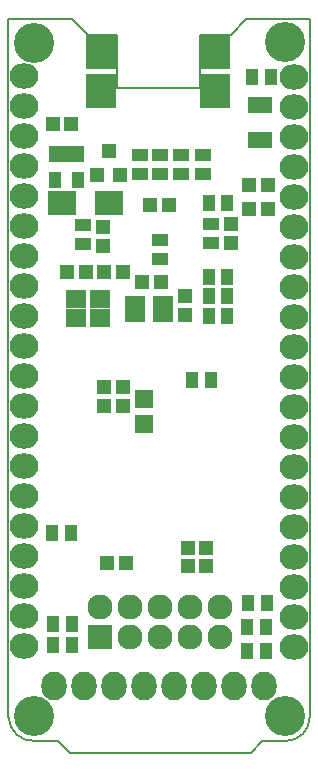
<source format=gbr>
G04 #@! TF.FileFunction,Soldermask,Bot*
%FSLAX46Y46*%
G04 Gerber Fmt 4.6, Leading zero omitted, Abs format (unit mm)*
G04 Created by KiCad (PCBNEW 4.0.1-stable) date 10-Oct-16 12:47:22 PM*
%MOMM*%
G01*
G04 APERTURE LIST*
%ADD10C,0.100000*%
%ADD11C,0.150000*%
%ADD12C,3.400000*%
%ADD13O,2.127200X2.432000*%
%ADD14O,2.432000X2.127200*%
%ADD15R,2.127200X2.127200*%
%ADD16O,2.127200X2.127200*%
%ADD17R,2.600000X2.900000*%
%ADD18R,2.400000X2.100000*%
%ADD19R,1.050000X1.460000*%
%ADD20R,1.800000X2.300000*%
%ADD21R,1.598880X1.598880*%
%ADD22R,1.800000X1.600000*%
%ADD23R,2.000000X1.400000*%
%ADD24R,1.200100X1.200100*%
%ADD25R,1.300000X1.200000*%
%ADD26R,1.000000X1.400000*%
%ADD27R,1.200000X1.300000*%
%ADD28R,1.400000X1.000000*%
G04 APERTURE END LIST*
D10*
D11*
X52800000Y-28900000D02*
X52800000Y-33400000D01*
X50300000Y-28900000D02*
X52800000Y-28900000D01*
X50200000Y-28800000D02*
X50300000Y-28900000D01*
X59800000Y-28900000D02*
X62400000Y-28900000D01*
X59800000Y-33400000D02*
X59800000Y-28900000D01*
X52800000Y-33400000D02*
X59800000Y-33400000D01*
X47800000Y-88700000D02*
X48800000Y-89700000D01*
X65100000Y-88700000D02*
X64100000Y-89700000D01*
X48800000Y-89700000D02*
X64100000Y-89700000D01*
X43600000Y-27600000D02*
X43600000Y-86700000D01*
X69100000Y-86700000D02*
X69100000Y-27600000D01*
X63700000Y-27600000D02*
X69100000Y-27600000D01*
X50200000Y-28800000D02*
X49000000Y-27600000D01*
X49000000Y-27600000D02*
X43600000Y-27600000D01*
X45800000Y-88700000D02*
X47800000Y-88700000D01*
X67100000Y-88700000D02*
X65100000Y-88700000D01*
X62400000Y-28900000D02*
X63700000Y-27600000D01*
X67100000Y-88700000D02*
G75*
G03X69100000Y-86700000I0J2000000D01*
G01*
X43600000Y-86700000D02*
G75*
G03X45800000Y-88700000I2100000J100000D01*
G01*
D12*
X67000000Y-86600000D03*
X67000000Y-29500000D03*
X45800000Y-29600000D03*
X45800000Y-86600000D03*
D13*
X65261328Y-84029329D03*
X62721328Y-84029329D03*
X60181328Y-84029329D03*
X57641328Y-84029329D03*
X55101328Y-84029329D03*
X52561328Y-84029329D03*
X50021328Y-84029329D03*
X47481328Y-84029329D03*
D14*
X67800000Y-32500000D03*
X67800000Y-35040000D03*
X67800000Y-37580000D03*
X67800000Y-40120000D03*
X67800000Y-42660000D03*
X67800000Y-45200000D03*
X67800000Y-47740000D03*
X67800000Y-50280000D03*
X67800000Y-52820000D03*
X67800000Y-55360000D03*
X67800000Y-57900000D03*
X67800000Y-60440000D03*
X67800000Y-62980000D03*
X67800000Y-65520000D03*
X67800000Y-68060000D03*
X67800000Y-70600000D03*
X67800000Y-73140000D03*
X67800000Y-75680000D03*
X67800000Y-78220000D03*
X67800000Y-80760000D03*
X44900000Y-32400000D03*
X44900000Y-34940000D03*
X44900000Y-37480000D03*
X44900000Y-40020000D03*
X44900000Y-42560000D03*
X44900000Y-45100000D03*
X44900000Y-47640000D03*
X44900000Y-50180000D03*
X44900000Y-52720000D03*
X44900000Y-55260000D03*
X44900000Y-57800000D03*
X44900000Y-60340000D03*
X44900000Y-62880000D03*
X44900000Y-65420000D03*
X44900000Y-67960000D03*
X44900000Y-70500000D03*
X44900000Y-73040000D03*
X44900000Y-75580000D03*
X44900000Y-78120000D03*
X44900000Y-80660000D03*
D15*
X51308000Y-79883000D03*
D16*
X51308000Y-77343000D03*
X53848000Y-79883000D03*
X53848000Y-77343000D03*
X56388000Y-79883000D03*
X56388000Y-77343000D03*
X58928000Y-79883000D03*
X58928000Y-77343000D03*
X61468000Y-79883000D03*
X61468000Y-77343000D03*
D17*
X61125000Y-33700000D03*
X61125000Y-30400000D03*
X51475000Y-33700000D03*
X51475000Y-30400000D03*
D18*
X48148328Y-43135328D03*
X52148328Y-43135328D03*
D19*
X47547328Y-38987328D03*
X48497328Y-38987328D03*
X49447328Y-38987328D03*
X49447328Y-41187328D03*
X47547328Y-41187328D03*
D20*
X56682329Y-52152328D03*
X54282329Y-52152328D03*
D21*
X55035289Y-59729148D03*
X55035289Y-61827188D03*
D22*
X51388828Y-51288829D03*
X49288828Y-51288829D03*
X51388828Y-52888829D03*
X49288828Y-52888829D03*
D23*
X64897000Y-37822000D03*
X64897000Y-34822000D03*
D24*
X53020000Y-40751760D03*
X51120000Y-40751760D03*
X52070000Y-38752780D03*
D25*
X51705449Y-58700448D03*
X53305449Y-58700448D03*
D26*
X62141000Y-51054000D03*
X60541000Y-51054000D03*
D27*
X62420500Y-44920000D03*
X62420500Y-46520000D03*
X51562000Y-45174000D03*
X51562000Y-46774000D03*
D25*
X51697828Y-48977328D03*
X53297828Y-48977328D03*
X48586328Y-48977328D03*
X50186328Y-48977328D03*
X60363000Y-72390000D03*
X58763000Y-72390000D03*
X51968500Y-73596500D03*
X53568500Y-73596500D03*
X60363000Y-73914000D03*
X58763000Y-73914000D03*
X65570000Y-41656000D03*
X63970000Y-41656000D03*
X65570000Y-43688000D03*
X63970000Y-43688000D03*
X47333000Y-36449000D03*
X48933000Y-36449000D03*
X51685128Y-60346368D03*
X53285128Y-60346368D03*
X57188000Y-43307000D03*
X55588000Y-43307000D03*
D27*
X58504929Y-52609428D03*
X58504929Y-51009428D03*
D25*
X54936328Y-49866329D03*
X56536328Y-49866329D03*
D28*
X60769500Y-46520000D03*
X60769500Y-44920000D03*
X49911000Y-46647000D03*
X49911000Y-45047000D03*
D26*
X62141000Y-52705000D03*
X60541000Y-52705000D03*
X62141000Y-49403000D03*
X60541000Y-49403000D03*
D28*
X60071000Y-40678000D03*
X60071000Y-39078000D03*
X58166000Y-40678000D03*
X58166000Y-39078000D03*
X56388000Y-46317000D03*
X56388000Y-47917000D03*
D26*
X63826328Y-81108328D03*
X65426328Y-81108328D03*
X47392528Y-78822328D03*
X48992528Y-78822328D03*
X47392529Y-80574928D03*
X48992529Y-80574928D03*
X65451728Y-77018928D03*
X63851728Y-77018928D03*
X65426328Y-79076328D03*
X63826328Y-79076328D03*
D28*
X56388000Y-40678000D03*
X56388000Y-39078000D03*
X54737000Y-39078000D03*
X54737000Y-40678000D03*
D26*
X62141000Y-43180000D03*
X60541000Y-43180000D03*
X60742569Y-58101008D03*
X59142569Y-58101008D03*
X64207328Y-32530828D03*
X65807328Y-32530828D03*
X47316328Y-71138829D03*
X48916328Y-71138829D03*
M02*

</source>
